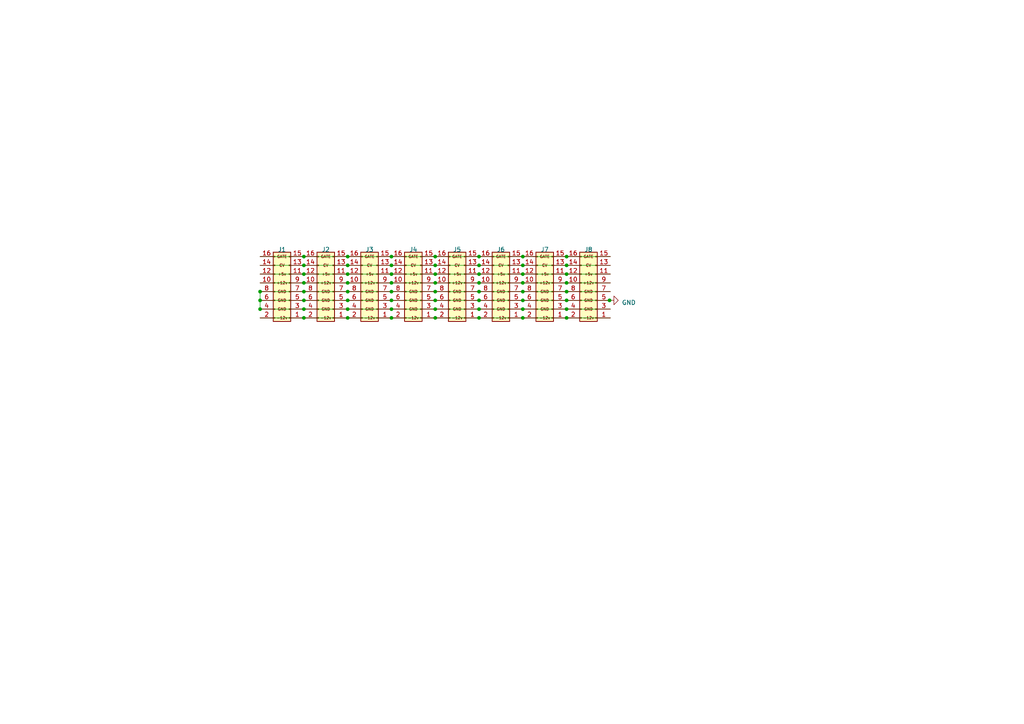
<source format=kicad_sch>
(kicad_sch (version 20230121) (generator eeschema)

  (uuid 7b06e893-7aa1-4bf9-aa7a-4def6a9949c6)

  (paper "A4")

  (lib_symbols
    (symbol "PCM_EuroRackTools:EuroPower16" (pin_names (offset 1.016) hide) (in_bom yes) (on_board yes)
      (property "Reference" "J" (at 1.27 10.16 0)
        (effects (font (size 1.27 1.27)))
      )
      (property "Value" "EuroPower16" (at 1.27 -12.7 0)
        (effects (font (size 1.27 1.27)) hide)
      )
      (property "Footprint" "Connector_IDC:IDC-Header_2x08_P2.54mm_Vertical_SMD" (at 1.524 -18.034 0)
        (effects (font (size 1.27 1.27)) hide)
      )
      (property "Datasheet" "~" (at 1.524 -15.367 0)
        (effects (font (size 1.27 1.27)) hide)
      )
      (property "lcsc" "C383608" (at 5.08 12.7 0)
        (effects (font (size 1.27 1.27)) hide)
      )
      (property "ki_keywords" "connector" (at 0 0 0)
        (effects (font (size 1.27 1.27)) hide)
      )
      (property "ki_description" "Generic connector, double row, 02x08, odd/even pin numbering scheme (row 1 odd numbers, row 2 even numbers), script generated (kicad-library-utils/schlib/autogen/connector/)" (at 0 0 0)
        (effects (font (size 1.27 1.27)) hide)
      )
      (property "ki_fp_filters" "Connector*:*_2x??_*" (at 0 0 0)
        (effects (font (size 1.27 1.27)) hide)
      )
      (symbol "EuroPower16_0_0"
        (text "+12v" (at 1.27 0 0)
          (effects (font (size 0.8 0.8)))
        )
        (text "+5v" (at 1.27 2.54 0)
          (effects (font (size 0.8 0.8)))
        )
        (text "-12v" (at 1.27 -10.16 0)
          (effects (font (size 0.8 0.8)))
        )
        (text "CV" (at 1.27 5.08 0)
          (effects (font (size 0.8 0.8)))
        )
        (text "GATE" (at 1.27 7.62 0)
          (effects (font (size 0.8 0.8)))
        )
        (text "GND" (at 1.27 -7.62 0)
          (effects (font (size 0.8 0.8)))
        )
        (text "GND" (at 1.27 -5.08 0)
          (effects (font (size 0.8 0.8)))
        )
        (text "GND" (at 1.27 -2.54 0)
          (effects (font (size 0.8 0.8)))
        )
      )
      (symbol "EuroPower16_1_1"
        (rectangle (start -1.27 -10.033) (end -0.762 -10.287)
          (stroke (width 0.1524) (type default))
          (fill (type none))
        )
        (rectangle (start -1.27 -7.493) (end -0.762 -7.747)
          (stroke (width 0.1524) (type default))
          (fill (type none))
        )
        (rectangle (start -1.27 -4.953) (end -0.762 -5.207)
          (stroke (width 0.1524) (type default))
          (fill (type none))
        )
        (rectangle (start -1.27 -2.413) (end -0.762 -2.667)
          (stroke (width 0.1524) (type default))
          (fill (type none))
        )
        (rectangle (start -1.27 0.127) (end -0.762 -0.127)
          (stroke (width 0.1524) (type default))
          (fill (type none))
        )
        (rectangle (start -1.27 2.667) (end -0.762 2.413)
          (stroke (width 0.1524) (type default))
          (fill (type none))
        )
        (rectangle (start -1.27 5.207) (end -0.762 4.953)
          (stroke (width 0.1524) (type default))
          (fill (type none))
        )
        (rectangle (start -1.27 7.747) (end -0.762 7.493)
          (stroke (width 0.1524) (type default))
          (fill (type none))
        )
        (rectangle (start -1.27 8.89) (end 3.81 -11.176)
          (stroke (width 0.254) (type default))
          (fill (type background))
        )
        (rectangle (start 3.302 -10.033) (end 3.81 -10.287)
          (stroke (width 0.1524) (type default))
          (fill (type none))
        )
        (rectangle (start 3.302 -7.493) (end 3.81 -7.747)
          (stroke (width 0.1524) (type default))
          (fill (type none))
        )
        (rectangle (start 3.302 -4.953) (end 3.81 -5.207)
          (stroke (width 0.1524) (type default))
          (fill (type none))
        )
        (rectangle (start 3.302 -2.413) (end 3.81 -2.667)
          (stroke (width 0.1524) (type default))
          (fill (type none))
        )
        (rectangle (start 3.302 0.127) (end 3.81 -0.127)
          (stroke (width 0.1524) (type default))
          (fill (type none))
        )
        (rectangle (start 3.302 2.667) (end 3.81 2.413)
          (stroke (width 0.1524) (type default))
          (fill (type none))
        )
        (rectangle (start 3.302 5.207) (end 3.81 4.953)
          (stroke (width 0.1524) (type default))
          (fill (type none))
        )
        (rectangle (start 3.302 7.747) (end 3.81 7.493)
          (stroke (width 0.1524) (type default))
          (fill (type none))
        )
        (pin power_out line (at 7.62 -10.16 180) (length 3.81)
          (name "-12v_R" (effects (font (size 1.27 1.27))))
          (number "1" (effects (font (size 1.27 1.27))))
        )
        (pin power_out line (at -5.08 0 0) (length 3.81)
          (name "+12V_L" (effects (font (size 1.27 1.27))))
          (number "10" (effects (font (size 1.27 1.27))))
        )
        (pin power_out line (at 7.62 2.54 180) (length 3.81)
          (name "+5v_R" (effects (font (size 1.27 1.27))))
          (number "11" (effects (font (size 1.27 1.27))))
        )
        (pin power_out line (at -5.08 2.54 0) (length 3.81)
          (name "+5v_L" (effects (font (size 1.27 1.27))))
          (number "12" (effects (font (size 1.27 1.27))))
        )
        (pin passive line (at 7.62 5.08 180) (length 3.81)
          (name "CV_R" (effects (font (size 1.27 1.27))))
          (number "13" (effects (font (size 1.27 1.27))))
        )
        (pin passive line (at -5.08 5.08 0) (length 3.81)
          (name "CV_L" (effects (font (size 1.27 1.27))))
          (number "14" (effects (font (size 1.27 1.27))))
        )
        (pin passive line (at 7.62 7.62 180) (length 3.81)
          (name "GATE_R" (effects (font (size 1.27 1.27))))
          (number "15" (effects (font (size 1.27 1.27))))
        )
        (pin passive line (at -5.08 7.62 0) (length 3.81)
          (name "GATE_L" (effects (font (size 1.27 1.27))))
          (number "16" (effects (font (size 1.27 1.27))))
        )
        (pin power_out line (at -5.08 -10.16 0) (length 3.81)
          (name "-12v_L" (effects (font (size 1.27 1.27))))
          (number "2" (effects (font (size 1.27 1.27))))
        )
        (pin power_out line (at 7.62 -7.62 180) (length 3.81)
          (name "GND" (effects (font (size 1.27 1.27))))
          (number "3" (effects (font (size 1.27 1.27))))
        )
        (pin power_out line (at -5.08 -7.62 0) (length 3.81)
          (name "GND" (effects (font (size 1.27 1.27))))
          (number "4" (effects (font (size 1.27 1.27))))
        )
        (pin power_out line (at 7.62 -5.08 180) (length 3.81)
          (name "GND_R3" (effects (font (size 1.27 1.27))))
          (number "5" (effects (font (size 1.27 1.27))))
        )
        (pin power_out line (at -5.08 -5.08 0) (length 3.81)
          (name "GND_L3" (effects (font (size 1.27 1.27))))
          (number "6" (effects (font (size 1.27 1.27))))
        )
        (pin power_out line (at 7.62 -2.54 180) (length 3.81)
          (name "GND_R2" (effects (font (size 1.27 1.27))))
          (number "7" (effects (font (size 1.27 1.27))))
        )
        (pin power_out line (at -5.08 -2.54 0) (length 3.81)
          (name "GND_L2" (effects (font (size 1.27 1.27))))
          (number "8" (effects (font (size 1.27 1.27))))
        )
        (pin power_out line (at 7.62 0 180) (length 3.81)
          (name "+12V_R" (effects (font (size 1.27 1.27))))
          (number "9" (effects (font (size 1.27 1.27))))
        )
      )
    )
    (symbol "power:GND" (power) (pin_names (offset 0)) (in_bom yes) (on_board yes)
      (property "Reference" "#PWR" (at 0 -6.35 0)
        (effects (font (size 1.27 1.27)) hide)
      )
      (property "Value" "GND" (at 0 -3.81 0)
        (effects (font (size 1.27 1.27)))
      )
      (property "Footprint" "" (at 0 0 0)
        (effects (font (size 1.27 1.27)) hide)
      )
      (property "Datasheet" "" (at 0 0 0)
        (effects (font (size 1.27 1.27)) hide)
      )
      (property "ki_keywords" "global power" (at 0 0 0)
        (effects (font (size 1.27 1.27)) hide)
      )
      (property "ki_description" "Power symbol creates a global label with name \"GND\" , ground" (at 0 0 0)
        (effects (font (size 1.27 1.27)) hide)
      )
      (symbol "GND_0_1"
        (polyline
          (pts
            (xy 0 0)
            (xy 0 -1.27)
            (xy 1.27 -1.27)
            (xy 0 -2.54)
            (xy -1.27 -1.27)
            (xy 0 -1.27)
          )
          (stroke (width 0) (type default))
          (fill (type none))
        )
      )
      (symbol "GND_1_1"
        (pin power_in line (at 0 0 270) (length 0) hide
          (name "GND" (effects (font (size 1.27 1.27))))
          (number "1" (effects (font (size 1.27 1.27))))
        )
      )
    )
  )

  (junction (at 126.238 74.422) (diameter 0) (color 0 0 0 0)
    (uuid 016e193d-ba9d-4ee1-9087-299a8d033246)
  )
  (junction (at 113.538 92.202) (diameter 0) (color 0 0 0 0)
    (uuid 05686c6d-a097-47d2-a8bd-701ba0828695)
  )
  (junction (at 126.238 79.502) (diameter 0) (color 0 0 0 0)
    (uuid 059d5697-3672-47de-89bd-a6c690326ca4)
  )
  (junction (at 75.438 89.662) (diameter 0) (color 0 0 0 0)
    (uuid 071ade53-c196-4f8f-895d-4905e4ea5426)
  )
  (junction (at 138.938 74.422) (diameter 0) (color 0 0 0 0)
    (uuid 09a94b62-ba26-43d6-98f5-8d92749c4c96)
  )
  (junction (at 164.338 82.042) (diameter 0) (color 0 0 0 0)
    (uuid 127086c3-3cca-489c-a9a3-d3dac0f68a5e)
  )
  (junction (at 113.538 84.582) (diameter 0) (color 0 0 0 0)
    (uuid 18e73716-1186-4ffe-8915-9b14aa493123)
  )
  (junction (at 100.838 79.502) (diameter 0) (color 0 0 0 0)
    (uuid 19798f67-5b7a-4906-ad30-64e62cbfb671)
  )
  (junction (at 138.938 92.202) (diameter 0) (color 0 0 0 0)
    (uuid 1b22b111-2d0a-429a-a3d3-18e989bd23dd)
  )
  (junction (at 151.638 74.422) (diameter 0) (color 0 0 0 0)
    (uuid 1b56fe75-ca21-4b8d-8527-a78c45f5ed3d)
  )
  (junction (at 88.138 79.502) (diameter 0) (color 0 0 0 0)
    (uuid 204480fe-c4c4-47cc-a6d4-179304bde8d0)
  )
  (junction (at 138.938 79.502) (diameter 0) (color 0 0 0 0)
    (uuid 208f7412-1e77-4499-afdb-7df4313cf17d)
  )
  (junction (at 88.138 89.662) (diameter 0) (color 0 0 0 0)
    (uuid 21fe9a0b-a71e-4eef-808c-66bf6cda34e0)
  )
  (junction (at 138.938 84.582) (diameter 0) (color 0 0 0 0)
    (uuid 25e3d134-f338-48da-b1a7-3a37337daad5)
  )
  (junction (at 113.538 87.122) (diameter 0) (color 0 0 0 0)
    (uuid 2a61b213-7096-461e-96f4-c17b85fd7e4f)
  )
  (junction (at 100.838 92.202) (diameter 0) (color 0 0 0 0)
    (uuid 3929ff74-0c9a-43f1-9f76-17d6638edb67)
  )
  (junction (at 88.138 74.422) (diameter 0) (color 0 0 0 0)
    (uuid 3979bb33-2650-4a89-b791-5f6efbf94e12)
  )
  (junction (at 126.238 76.962) (diameter 0) (color 0 0 0 0)
    (uuid 459c2a8f-1d63-485b-8006-2332f15c6af3)
  )
  (junction (at 88.138 84.582) (diameter 0) (color 0 0 0 0)
    (uuid 4a45c29c-8f17-463c-add4-b4ae6b19795b)
  )
  (junction (at 113.538 89.662) (diameter 0) (color 0 0 0 0)
    (uuid 4a6f7889-092e-43b7-92b2-0f31323cc103)
  )
  (junction (at 100.838 74.422) (diameter 0) (color 0 0 0 0)
    (uuid 4fdf2dcd-40ad-42b6-b474-9b2cde649e3b)
  )
  (junction (at 75.438 87.122) (diameter 0) (color 0 0 0 0)
    (uuid 521b6299-1e1d-44da-90db-b9c378c47e63)
  )
  (junction (at 113.538 76.962) (diameter 0) (color 0 0 0 0)
    (uuid 52da2d2a-6937-490f-b941-110145a35c6c)
  )
  (junction (at 126.238 84.582) (diameter 0) (color 0 0 0 0)
    (uuid 530abef5-4518-477a-8c5c-d3611a783c0e)
  )
  (junction (at 138.938 87.122) (diameter 0) (color 0 0 0 0)
    (uuid 5fac5430-8cdb-469d-85e9-ccaf973b0efe)
  )
  (junction (at 164.338 79.502) (diameter 0) (color 0 0 0 0)
    (uuid 6bba4ccd-14f8-4005-bc5a-a024e9d8130f)
  )
  (junction (at 88.138 87.122) (diameter 0) (color 0 0 0 0)
    (uuid 7b688173-a16e-4980-aa32-3bd06617ac4a)
  )
  (junction (at 88.138 92.202) (diameter 0) (color 0 0 0 0)
    (uuid 805ebc23-fdc1-4166-91a3-0869118add97)
  )
  (junction (at 113.538 74.422) (diameter 0) (color 0 0 0 0)
    (uuid 83c082e0-d3fb-43cf-81e2-03138338c6c8)
  )
  (junction (at 164.338 76.962) (diameter 0) (color 0 0 0 0)
    (uuid 91c9932a-46ec-4b8e-8e6a-401c6ada8ad1)
  )
  (junction (at 138.938 89.662) (diameter 0) (color 0 0 0 0)
    (uuid 9525dc8a-b2ae-49df-8bad-acd8f5b7091b)
  )
  (junction (at 176.784 87.122) (diameter 0) (color 0 0 0 0)
    (uuid 9603e631-fd32-43a5-b020-9d7108e19d34)
  )
  (junction (at 88.138 76.962) (diameter 0) (color 0 0 0 0)
    (uuid 9a897208-668a-4b76-b14b-43b94dfc795f)
  )
  (junction (at 113.538 79.502) (diameter 0) (color 0 0 0 0)
    (uuid a5b3d978-f35f-4d90-9aeb-d29544b74427)
  )
  (junction (at 100.838 84.582) (diameter 0) (color 0 0 0 0)
    (uuid a826730c-ae72-4532-853e-a7ffaf19682b)
  )
  (junction (at 126.238 82.042) (diameter 0) (color 0 0 0 0)
    (uuid a95bd68d-8cb0-42c3-a1f5-b96ff8f33615)
  )
  (junction (at 126.238 92.202) (diameter 0) (color 0 0 0 0)
    (uuid ae22e6a7-2366-4850-bea1-a6c469f6cd7d)
  )
  (junction (at 151.638 89.662) (diameter 0) (color 0 0 0 0)
    (uuid b2d57eb3-6df2-4df9-9df1-fa143b5459e7)
  )
  (junction (at 126.238 89.662) (diameter 0) (color 0 0 0 0)
    (uuid b2e40832-c7e6-48ab-93b5-c5ad6b29a3c8)
  )
  (junction (at 138.938 82.042) (diameter 0) (color 0 0 0 0)
    (uuid b4ddb822-696b-431a-bd02-dd30f0700ae3)
  )
  (junction (at 164.338 84.582) (diameter 0) (color 0 0 0 0)
    (uuid b9862b72-f8fd-4f33-8831-929681805f5f)
  )
  (junction (at 100.838 82.042) (diameter 0) (color 0 0 0 0)
    (uuid c34e4ddf-211e-4fcb-8208-764f6d1e6073)
  )
  (junction (at 164.338 92.202) (diameter 0) (color 0 0 0 0)
    (uuid c7849eda-9eea-49f7-b7d8-82a57925dfe8)
  )
  (junction (at 75.438 84.582) (diameter 0) (color 0 0 0 0)
    (uuid cf86d12e-dd24-4b1a-b5da-be7a0a52966f)
  )
  (junction (at 126.238 87.122) (diameter 0) (color 0 0 0 0)
    (uuid cfe74066-8674-453b-aab7-09bc82329ef0)
  )
  (junction (at 88.138 82.042) (diameter 0) (color 0 0 0 0)
    (uuid d1fa0222-c2e3-4023-86df-220e5127543b)
  )
  (junction (at 151.638 87.122) (diameter 0) (color 0 0 0 0)
    (uuid d59ea595-3dd1-4818-8680-5fdfda6a3752)
  )
  (junction (at 151.638 79.502) (diameter 0) (color 0 0 0 0)
    (uuid d81a6468-786f-487e-8dcb-5e6a3f9150ad)
  )
  (junction (at 151.638 76.962) (diameter 0) (color 0 0 0 0)
    (uuid d9b5ea87-2f0d-4b40-8f3b-265a58675ce0)
  )
  (junction (at 151.638 82.042) (diameter 0) (color 0 0 0 0)
    (uuid df57c428-5250-471a-a639-804835b58992)
  )
  (junction (at 113.538 82.042) (diameter 0) (color 0 0 0 0)
    (uuid df7665a6-99c1-4489-bc2e-ae5a4f180d65)
  )
  (junction (at 138.938 76.962) (diameter 0) (color 0 0 0 0)
    (uuid e0384d6f-e1ce-4274-bf6b-ede559e7ba38)
  )
  (junction (at 100.838 89.662) (diameter 0) (color 0 0 0 0)
    (uuid e0f7e487-21a7-4375-8529-0270d9d6fcb4)
  )
  (junction (at 164.338 89.662) (diameter 0) (color 0 0 0 0)
    (uuid e64da75f-4031-4a8e-8017-98a00e9bfad8)
  )
  (junction (at 151.638 84.582) (diameter 0) (color 0 0 0 0)
    (uuid e8170131-29ea-4a73-b2ff-8827f1c22c90)
  )
  (junction (at 100.838 76.962) (diameter 0) (color 0 0 0 0)
    (uuid ed134348-88c2-4fbc-b47d-8f4593d5f26d)
  )
  (junction (at 164.338 87.122) (diameter 0) (color 0 0 0 0)
    (uuid ed59814a-4abd-427d-8e7b-18520e9f7475)
  )
  (junction (at 164.338 74.422) (diameter 0) (color 0 0 0 0)
    (uuid f0f40b0d-8d9d-4419-a64a-8faea9c3100a)
  )
  (junction (at 100.838 87.122) (diameter 0) (color 0 0 0 0)
    (uuid f809e188-e940-4ba9-8fcd-b863d949a554)
  )
  (junction (at 151.638 92.202) (diameter 0) (color 0 0 0 0)
    (uuid fa6b9583-656e-47ea-afed-f20ff65e366c)
  )

  (wire (pts (xy 100.838 79.502) (xy 113.538 79.502))
    (stroke (width 0) (type default))
    (uuid 0228137a-152f-4746-af96-8f63043ee447)
  )
  (wire (pts (xy 151.638 89.662) (xy 164.338 89.662))
    (stroke (width 0) (type default))
    (uuid 027956fd-1f34-4dcc-a0e3-4dd3fa77df49)
  )
  (wire (pts (xy 113.538 79.502) (xy 126.238 79.502))
    (stroke (width 0) (type default))
    (uuid 0ac5ae48-7191-4a57-b532-5f8bfeff2577)
  )
  (wire (pts (xy 138.938 74.422) (xy 151.638 74.422))
    (stroke (width 0) (type default))
    (uuid 0d6813e4-5b37-49da-b39d-003857ac8c0d)
  )
  (wire (pts (xy 75.438 89.662) (xy 88.138 89.662))
    (stroke (width 0) (type default))
    (uuid 12a4f39d-43e9-4e5f-8be0-a0ca4b0e7e67)
  )
  (wire (pts (xy 113.538 89.662) (xy 126.238 89.662))
    (stroke (width 0) (type default))
    (uuid 148043cd-f78e-4f8b-aa38-3829c41fcaa9)
  )
  (wire (pts (xy 75.438 79.502) (xy 88.138 79.502))
    (stroke (width 0) (type default))
    (uuid 17e7edcd-2d14-4793-80cd-1ed6bb764407)
  )
  (wire (pts (xy 100.838 84.582) (xy 113.538 84.582))
    (stroke (width 0) (type default))
    (uuid 18a52dfa-7763-492b-b790-590cfdcb8b84)
  )
  (wire (pts (xy 75.438 84.582) (xy 88.138 84.582))
    (stroke (width 0) (type default))
    (uuid 23994e7d-a9b3-42d1-8ce8-e5e2c56a55d0)
  )
  (wire (pts (xy 151.638 84.582) (xy 164.338 84.582))
    (stroke (width 0) (type default))
    (uuid 2491aeed-961c-4a06-b651-e0aa24f04b6b)
  )
  (wire (pts (xy 138.938 79.502) (xy 151.638 79.502))
    (stroke (width 0) (type default))
    (uuid 26b1891f-ea8f-43c9-8d84-c3f4143fbe2e)
  )
  (wire (pts (xy 164.338 74.422) (xy 177.038 74.422))
    (stroke (width 0) (type default))
    (uuid 2e7f475f-f3e1-45da-99d6-c5122022e92a)
  )
  (wire (pts (xy 75.438 87.122) (xy 88.138 87.122))
    (stroke (width 0) (type default))
    (uuid 2f4a0444-04a4-4489-b825-991e587f6119)
  )
  (wire (pts (xy 138.938 82.042) (xy 151.638 82.042))
    (stroke (width 0) (type default))
    (uuid 35f72a7e-93cc-4852-8fe4-a54e46590383)
  )
  (wire (pts (xy 126.238 82.042) (xy 138.938 82.042))
    (stroke (width 0) (type default))
    (uuid 36882d01-aa2f-4a6a-a08d-48d3ccda9d9c)
  )
  (wire (pts (xy 138.938 87.122) (xy 151.638 87.122))
    (stroke (width 0) (type default))
    (uuid 3e0790a1-2d2e-401b-8112-f5cc988a7893)
  )
  (wire (pts (xy 151.638 92.202) (xy 164.338 92.202))
    (stroke (width 0) (type default))
    (uuid 449341f9-037c-4264-8fed-5128292617ca)
  )
  (wire (pts (xy 164.338 76.962) (xy 177.038 76.962))
    (stroke (width 0) (type default))
    (uuid 4c1ea718-fc4c-41dd-bbd0-885dea9df4c1)
  )
  (wire (pts (xy 164.338 79.502) (xy 177.038 79.502))
    (stroke (width 0) (type default))
    (uuid 4c83d702-8491-42d5-936b-e53c40a1f7d2)
  )
  (wire (pts (xy 126.238 84.582) (xy 138.938 84.582))
    (stroke (width 0) (type default))
    (uuid 4d95a1fa-21a9-4129-be84-2ca6e46d8ea9)
  )
  (wire (pts (xy 138.938 84.582) (xy 151.638 84.582))
    (stroke (width 0) (type default))
    (uuid 51b35f1f-937b-4878-bdbb-72c95a8dbe9e)
  )
  (wire (pts (xy 164.338 84.582) (xy 177.038 84.582))
    (stroke (width 0) (type default))
    (uuid 51fb8944-7377-4eeb-8413-dc0daed73e34)
  )
  (wire (pts (xy 75.438 82.042) (xy 88.138 82.042))
    (stroke (width 0) (type default))
    (uuid 59908a14-77b7-43ed-928b-1b1c8ec7547c)
  )
  (wire (pts (xy 113.538 84.582) (xy 126.238 84.582))
    (stroke (width 0) (type default))
    (uuid 64fd53b8-308e-41ad-9b03-e8e356a60642)
  )
  (wire (pts (xy 113.538 76.962) (xy 126.238 76.962))
    (stroke (width 0) (type default))
    (uuid 659df3c7-35d0-477e-a562-1de7324d77d4)
  )
  (wire (pts (xy 100.838 76.962) (xy 113.538 76.962))
    (stroke (width 0) (type default))
    (uuid 67f83a02-bd7e-4608-a956-711622c6464c)
  )
  (wire (pts (xy 113.538 92.202) (xy 126.238 92.202))
    (stroke (width 0) (type default))
    (uuid 6b863110-f275-495e-acdd-b05ac140eed5)
  )
  (wire (pts (xy 100.838 74.422) (xy 113.538 74.422))
    (stroke (width 0) (type default))
    (uuid 6d5131c2-44b8-4b06-b820-cb372825f068)
  )
  (wire (pts (xy 88.138 89.662) (xy 100.838 89.662))
    (stroke (width 0) (type default))
    (uuid 738ddc02-62ef-48c6-9b26-657223e1c1d8)
  )
  (wire (pts (xy 113.538 87.122) (xy 126.238 87.122))
    (stroke (width 0) (type default))
    (uuid 769c0bfe-b634-4d46-a523-db948e761e9b)
  )
  (wire (pts (xy 151.638 87.122) (xy 164.338 87.122))
    (stroke (width 0) (type default))
    (uuid 78fc341c-1766-459b-a18e-d7c711981d5d)
  )
  (wire (pts (xy 88.138 76.962) (xy 100.838 76.962))
    (stroke (width 0) (type default))
    (uuid 78fe4cef-2dbb-4a24-96da-c4e091859ebc)
  )
  (wire (pts (xy 100.838 89.662) (xy 113.538 89.662))
    (stroke (width 0) (type default))
    (uuid 796fa650-0968-40d4-a1d3-34aec25062d4)
  )
  (wire (pts (xy 88.138 82.042) (xy 100.838 82.042))
    (stroke (width 0) (type default))
    (uuid 7a950e1b-af97-491a-884c-a3d40fc699c3)
  )
  (wire (pts (xy 113.538 74.422) (xy 126.238 74.422))
    (stroke (width 0) (type default))
    (uuid 7c0abb04-0b88-45af-a852-dbeab345a578)
  )
  (wire (pts (xy 113.538 82.042) (xy 126.238 82.042))
    (stroke (width 0) (type default))
    (uuid 7eeeccdc-907b-4471-a44d-75b981ddc404)
  )
  (wire (pts (xy 151.638 76.962) (xy 164.338 76.962))
    (stroke (width 0) (type default))
    (uuid 8282a847-267a-4772-b56d-25d764785de6)
  )
  (wire (pts (xy 151.638 82.042) (xy 164.338 82.042))
    (stroke (width 0) (type default))
    (uuid 846d1d2f-44f5-4e64-a247-c86b83e66610)
  )
  (wire (pts (xy 138.938 92.202) (xy 151.638 92.202))
    (stroke (width 0) (type default))
    (uuid 85c1ad7b-552b-4f0a-932b-e52c01314cbe)
  )
  (wire (pts (xy 75.438 76.962) (xy 88.138 76.962))
    (stroke (width 0) (type default))
    (uuid 9c877883-9542-4fd5-8104-0ee12b742ee6)
  )
  (wire (pts (xy 88.138 87.122) (xy 100.838 87.122))
    (stroke (width 0) (type default))
    (uuid a212d72a-b7ad-4251-8a43-99f11622ef8c)
  )
  (wire (pts (xy 164.338 89.662) (xy 177.038 89.662))
    (stroke (width 0) (type default))
    (uuid b2ec90bd-58b6-46b0-b62e-74ce9fb2c067)
  )
  (wire (pts (xy 138.938 89.662) (xy 151.638 89.662))
    (stroke (width 0) (type default))
    (uuid b6929071-5040-419b-ad25-6d7ae9c54e87)
  )
  (wire (pts (xy 151.638 79.502) (xy 164.338 79.502))
    (stroke (width 0) (type default))
    (uuid b84a3a19-d2ae-4339-907f-286c7454bdfd)
  )
  (wire (pts (xy 88.138 74.422) (xy 100.838 74.422))
    (stroke (width 0) (type default))
    (uuid b8bd1a77-d2bb-4a77-8e5a-5a22bf756dfe)
  )
  (wire (pts (xy 100.838 92.202) (xy 113.538 92.202))
    (stroke (width 0) (type default))
    (uuid bb95d09f-8ad1-4a5e-884b-1e30ec9fac69)
  )
  (wire (pts (xy 88.138 84.582) (xy 100.838 84.582))
    (stroke (width 0) (type default))
    (uuid bc0c664f-5280-4025-b81b-e2e699d9d7fe)
  )
  (wire (pts (xy 164.338 87.122) (xy 176.784 87.122))
    (stroke (width 0) (type default))
    (uuid c252bf77-5b6d-437f-8a17-4fd58810d4f4)
  )
  (wire (pts (xy 126.238 74.422) (xy 138.938 74.422))
    (stroke (width 0) (type default))
    (uuid ceac5be4-7a6d-41b7-9d56-6120df0de666)
  )
  (wire (pts (xy 151.638 74.422) (xy 164.338 74.422))
    (stroke (width 0) (type default))
    (uuid ced6e1ee-6133-4a61-a225-45c1be8d74a7)
  )
  (wire (pts (xy 176.784 87.122) (xy 177.038 87.122))
    (stroke (width 0) (type default))
    (uuid cf34eb7a-e5ad-45b8-bb32-4d74b9a1df25)
  )
  (wire (pts (xy 88.138 79.502) (xy 100.838 79.502))
    (stroke (width 0) (type default))
    (uuid d43f1fa3-c68f-4322-8455-984970b1b87a)
  )
  (wire (pts (xy 75.438 74.422) (xy 88.138 74.422))
    (stroke (width 0) (type default))
    (uuid d49e6e0a-944c-46e2-a879-611740e6c38c)
  )
  (wire (pts (xy 126.238 76.962) (xy 138.938 76.962))
    (stroke (width 0) (type default))
    (uuid d5418ecb-1ca4-42dd-9333-a78ccf39d1e2)
  )
  (wire (pts (xy 100.838 82.042) (xy 113.538 82.042))
    (stroke (width 0) (type default))
    (uuid d6ad62f9-d661-4a04-93a8-b28103224beb)
  )
  (wire (pts (xy 126.238 79.502) (xy 138.938 79.502))
    (stroke (width 0) (type default))
    (uuid df562a47-a4b4-4f3f-806d-ff4403feb248)
  )
  (wire (pts (xy 100.838 87.122) (xy 113.538 87.122))
    (stroke (width 0) (type default))
    (uuid ed133f97-5c2b-48c9-8684-097ffb2ea00f)
  )
  (wire (pts (xy 164.338 92.202) (xy 177.038 92.202))
    (stroke (width 0) (type default))
    (uuid edb8610a-f119-47c3-ba81-13a0e0987156)
  )
  (wire (pts (xy 138.938 76.962) (xy 151.638 76.962))
    (stroke (width 0) (type default))
    (uuid ee6f993f-1875-456e-bfdb-4acbb587fd9d)
  )
  (wire (pts (xy 75.438 84.582) (xy 75.438 87.122))
    (stroke (width 0) (type default))
    (uuid efe3b96a-8958-418b-a146-77150558b9af)
  )
  (wire (pts (xy 126.238 87.122) (xy 138.938 87.122))
    (stroke (width 0) (type default))
    (uuid f000762a-35a6-4052-bbd0-0465e913ea5a)
  )
  (wire (pts (xy 75.438 92.202) (xy 88.138 92.202))
    (stroke (width 0) (type default))
    (uuid f3d1c76c-a182-453c-b75f-73a476a3a76a)
  )
  (wire (pts (xy 164.338 82.042) (xy 177.038 82.042))
    (stroke (width 0) (type default))
    (uuid f45cede1-4fdc-484d-992d-8df7273119bd)
  )
  (wire (pts (xy 126.238 92.202) (xy 138.938 92.202))
    (stroke (width 0) (type default))
    (uuid f71e9d55-af21-4ec5-9c35-eb4fa012e8a8)
  )
  (wire (pts (xy 88.138 92.202) (xy 100.838 92.202))
    (stroke (width 0) (type default))
    (uuid fd6071a3-a300-4162-93de-c32913144e2a)
  )
  (wire (pts (xy 75.438 87.122) (xy 75.438 89.662))
    (stroke (width 0) (type default))
    (uuid fdf184e2-cb5b-454b-b540-e70e2c605335)
  )
  (wire (pts (xy 126.238 89.662) (xy 138.938 89.662))
    (stroke (width 0) (type default))
    (uuid ff5e1e80-2505-40da-b8a5-1fba9c54c2a3)
  )

  (symbol (lib_id "PCM_EuroRackTools:EuroPower16") (at 105.918 82.042 0) (unit 1)
    (in_bom yes) (on_board yes) (dnp no) (fields_autoplaced)
    (uuid 03a7db91-af46-49d9-9094-49ced6ec86d2)
    (property "Reference" "J3" (at 107.188 72.39 0)
      (effects (font (size 1.27 1.27)))
    )
    (property "Value" "EuroPower16" (at 107.188 94.742 0)
      (effects (font (size 1.27 1.27)) hide)
    )
    (property "Footprint" "Connector_IDC:IDC-Header_2x08_P2.54mm_Vertical_SMD" (at 107.442 100.076 0)
      (effects (font (size 1.27 1.27)) hide)
    )
    (property "Datasheet" "~" (at 107.442 97.409 0)
      (effects (font (size 1.27 1.27)) hide)
    )
    (property "lcsc" "C383608" (at 110.998 69.342 0)
      (effects (font (size 1.27 1.27)) hide)
    )
    (pin "1" (uuid ceeed832-f7cb-4176-a0e2-77e77152c0f9))
    (pin "10" (uuid ed00167f-2f94-44fb-99e5-b738cfb5a400))
    (pin "11" (uuid 700ed99c-fd6f-4771-9c53-b749997e8011))
    (pin "12" (uuid f6378110-b69c-41e4-95d0-716740002c9c))
    (pin "13" (uuid cc470957-4768-46cf-b030-b59bba24a9d9))
    (pin "14" (uuid ec295cf3-6020-4c47-a022-4721baeb61cf))
    (pin "15" (uuid e801d568-24d3-41e1-8b5f-46535d8cc0aa))
    (pin "16" (uuid 1a6de74d-ebab-4e8f-8e86-9e6c2b0786b5))
    (pin "2" (uuid 320d4fca-7bec-4199-9c1d-510f4819b7a2))
    (pin "3" (uuid dea67146-b54a-42ce-a2f4-8a124ec5871f))
    (pin "4" (uuid ea93c467-5a9b-4f1f-b146-9e014d743dbc))
    (pin "5" (uuid 9c3fa9c4-e72c-48de-a2e2-51ce9c672eea))
    (pin "6" (uuid e628a2ac-b86a-45ef-8ff9-4d8ca09b9c93))
    (pin "7" (uuid 9f545d1b-bd50-416a-bc1f-3a842cff9ffd))
    (pin "8" (uuid 2657931a-98d5-4c2e-b341-b4fd1198c96b))
    (pin "9" (uuid cb1fea85-90a0-47fb-878c-25883850ffd5))
    (instances
      (project "europower_board"
        (path "/7b06e893-7aa1-4bf9-aa7a-4def6a9949c6"
          (reference "J3") (unit 1)
        )
      )
    )
  )

  (symbol (lib_id "PCM_EuroRackTools:EuroPower16") (at 93.218 82.042 0) (unit 1)
    (in_bom yes) (on_board yes) (dnp no) (fields_autoplaced)
    (uuid 0e7eb1d6-88d8-47e0-a696-e3ee93ca121e)
    (property "Reference" "J2" (at 94.488 72.39 0)
      (effects (font (size 1.27 1.27)))
    )
    (property "Value" "EuroPower16" (at 94.488 94.742 0)
      (effects (font (size 1.27 1.27)) hide)
    )
    (property "Footprint" "Connector_IDC:IDC-Header_2x08_P2.54mm_Vertical_SMD" (at 94.742 100.076 0)
      (effects (font (size 1.27 1.27)) hide)
    )
    (property "Datasheet" "~" (at 94.742 97.409 0)
      (effects (font (size 1.27 1.27)) hide)
    )
    (property "lcsc" "C383608" (at 98.298 69.342 0)
      (effects (font (size 1.27 1.27)) hide)
    )
    (pin "1" (uuid fa394dd3-e3e5-4e2b-bf2f-383e74d3b6b3))
    (pin "10" (uuid 6ea96d2f-2a36-40de-ad6e-fc6f8c7ed20e))
    (pin "11" (uuid 429a3a58-a8a3-481c-93e1-30c795655e90))
    (pin "12" (uuid aa8064a8-13c1-4ef0-8439-1efa7a37ff1b))
    (pin "13" (uuid d8bb50ad-a1ac-45ef-9b3a-82e693e1c4dc))
    (pin "14" (uuid e5a64fd0-94e7-4211-9c50-337fb6a6b226))
    (pin "15" (uuid f5420755-042c-41ab-980b-d83847cedbca))
    (pin "16" (uuid 50b44dd4-fc2f-47f1-ad5b-81ae3e7f71cc))
    (pin "2" (uuid 9e695243-505a-4c1b-88d7-f8da9a371ec0))
    (pin "3" (uuid 6b1fca6c-0d97-44b3-baa3-bfd8cb57affd))
    (pin "4" (uuid 1058f2a8-5a7c-4df0-bae5-da16552f0634))
    (pin "5" (uuid 928070e4-4a5b-47d0-8a32-bee92d6a1e7d))
    (pin "6" (uuid fb148189-1264-47fd-8aee-31558991efdc))
    (pin "7" (uuid d1af8ac0-b821-4864-bf53-7f88bfd99f1c))
    (pin "8" (uuid 991dc97b-9a08-4bbb-bbe7-2f1aad77bd3c))
    (pin "9" (uuid 0e3c3cfe-6eee-4c03-b859-66d46db420dc))
    (instances
      (project "europower_board"
        (path "/7b06e893-7aa1-4bf9-aa7a-4def6a9949c6"
          (reference "J2") (unit 1)
        )
      )
    )
  )

  (symbol (lib_id "PCM_EuroRackTools:EuroPower16") (at 131.318 82.042 0) (unit 1)
    (in_bom yes) (on_board yes) (dnp no) (fields_autoplaced)
    (uuid 2f698773-a9b5-4a10-a963-13efaca0733b)
    (property "Reference" "J5" (at 132.588 72.39 0)
      (effects (font (size 1.27 1.27)))
    )
    (property "Value" "EuroPower16" (at 132.588 94.742 0)
      (effects (font (size 1.27 1.27)) hide)
    )
    (property "Footprint" "Connector_IDC:IDC-Header_2x08_P2.54mm_Vertical_SMD" (at 132.842 100.076 0)
      (effects (font (size 1.27 1.27)) hide)
    )
    (property "Datasheet" "~" (at 132.842 97.409 0)
      (effects (font (size 1.27 1.27)) hide)
    )
    (property "lcsc" "C383608" (at 136.398 69.342 0)
      (effects (font (size 1.27 1.27)) hide)
    )
    (pin "1" (uuid 07d6a511-de47-4d56-87d0-4f6ac9956fe2))
    (pin "10" (uuid 3631f007-a9b1-44d6-b6d4-eb5a6fb3cc62))
    (pin "11" (uuid 7a0f903a-7c1b-467f-8713-6855dede5d32))
    (pin "12" (uuid 3b8059bc-ab1e-4463-b6a5-9c915aeab22f))
    (pin "13" (uuid 89843dd1-bc37-4460-af39-80cf96bfd171))
    (pin "14" (uuid aef32545-73c4-4778-ac3b-fd942c6f7461))
    (pin "15" (uuid 13a85c6c-aaab-4e81-97fc-c015fdaa52dc))
    (pin "16" (uuid dbc068e6-8e94-4798-ac90-d47d70f205c0))
    (pin "2" (uuid 12e88403-7214-463f-a190-1f2e9bd56123))
    (pin "3" (uuid d2bfb1ad-4d5b-453e-847f-f1e70d0dfd7f))
    (pin "4" (uuid 0b54f4b7-606f-4b6a-be7b-fc4864513438))
    (pin "5" (uuid a025728e-f428-4781-b6e1-ede2d168a5e7))
    (pin "6" (uuid 98b46cd4-07d0-411a-a0ed-e13d0c82dad6))
    (pin "7" (uuid 983e3441-35b1-4bd5-bcf3-8fb531c2c968))
    (pin "8" (uuid 4eb0cf88-8577-4c06-97c7-e2553919cc85))
    (pin "9" (uuid 9b6bb032-36e6-44b0-b1d0-8c36ae42ad75))
    (instances
      (project "europower_board"
        (path "/7b06e893-7aa1-4bf9-aa7a-4def6a9949c6"
          (reference "J5") (unit 1)
        )
      )
    )
  )

  (symbol (lib_id "PCM_EuroRackTools:EuroPower16") (at 169.418 82.042 0) (unit 1)
    (in_bom yes) (on_board yes) (dnp no) (fields_autoplaced)
    (uuid 32c58072-1b0c-41dd-ad51-6ec3f39b8904)
    (property "Reference" "J8" (at 170.688 72.39 0)
      (effects (font (size 1.27 1.27)))
    )
    (property "Value" "EuroPower16" (at 170.688 94.742 0)
      (effects (font (size 1.27 1.27)) hide)
    )
    (property "Footprint" "Connector_IDC:IDC-Header_2x08_P2.54mm_Vertical_SMD" (at 170.942 100.076 0)
      (effects (font (size 1.27 1.27)) hide)
    )
    (property "Datasheet" "~" (at 170.942 97.409 0)
      (effects (font (size 1.27 1.27)) hide)
    )
    (property "lcsc" "C383608" (at 174.498 69.342 0)
      (effects (font (size 1.27 1.27)) hide)
    )
    (pin "1" (uuid 01c985dd-b26d-498a-b44d-12d01e91f59e))
    (pin "10" (uuid 520c02fd-585e-42a4-aa1c-9625c1cc257a))
    (pin "11" (uuid 9f5fc226-41a1-4f0b-b6be-53409838de4a))
    (pin "12" (uuid 287a6862-b914-4aa5-bfa7-8b4f95061c8b))
    (pin "13" (uuid ead40e46-4a25-457a-b8e2-9d828d3d5ac5))
    (pin "14" (uuid 130e8f8f-62ef-4efc-970c-a90d89400556))
    (pin "15" (uuid 05908be0-853d-49ed-a5d9-fd61cdbcc549))
    (pin "16" (uuid 2d9a8c18-7ffd-424c-b1ac-58fb26f18b25))
    (pin "2" (uuid 082f6c2d-1f7a-44ff-8b1e-2e24847346f1))
    (pin "3" (uuid 2e833fec-91f5-48c3-ac64-0b142006c3f8))
    (pin "4" (uuid c762fc57-a3ee-4d15-b311-f2acfa62ab38))
    (pin "5" (uuid 529c271d-38a9-40b1-afce-a73e93cc36d4))
    (pin "6" (uuid 5e13ce4f-d8cd-4896-a085-33b3c6d69370))
    (pin "7" (uuid f5040dce-addf-4abd-aae3-b31b7a0144a5))
    (pin "8" (uuid 9ea19dc7-9cbb-4efa-be86-cf83e11f9ae1))
    (pin "9" (uuid 361f60cb-d60d-42b1-a2f2-444c3804b805))
    (instances
      (project "europower_board"
        (path "/7b06e893-7aa1-4bf9-aa7a-4def6a9949c6"
          (reference "J8") (unit 1)
        )
      )
    )
  )

  (symbol (lib_id "PCM_EuroRackTools:EuroPower16") (at 80.518 82.042 0) (unit 1)
    (in_bom yes) (on_board yes) (dnp no) (fields_autoplaced)
    (uuid 46c1dff2-d2a6-4938-a1d0-d9abfc09f8c7)
    (property "Reference" "J1" (at 81.788 72.39 0)
      (effects (font (size 1.27 1.27)))
    )
    (property "Value" "EuroPower16" (at 81.788 94.742 0)
      (effects (font (size 1.27 1.27)) hide)
    )
    (property "Footprint" "Connector_IDC:IDC-Header_2x08_P2.54mm_Vertical_SMD" (at 82.042 100.076 0)
      (effects (font (size 1.27 1.27)) hide)
    )
    (property "Datasheet" "~" (at 82.042 97.409 0)
      (effects (font (size 1.27 1.27)) hide)
    )
    (property "lcsc" "C383608" (at 85.598 69.342 0)
      (effects (font (size 1.27 1.27)) hide)
    )
    (pin "1" (uuid bc68585e-1704-451e-ae73-549e02d04227))
    (pin "10" (uuid 81ef0d1b-3064-439e-a547-b2a5ff45a281))
    (pin "11" (uuid f29f94a1-74c8-4531-bbd6-7fd7cb0cb9f2))
    (pin "12" (uuid e7cca0e5-9cfb-4e5a-824e-000f953123d0))
    (pin "13" (uuid 8a9731c4-7ff0-4db1-a169-87e219747940))
    (pin "14" (uuid 2ecfd32b-484e-4037-8258-d76ab13c3e50))
    (pin "15" (uuid 4201b8b9-8a3b-4660-9f0f-07fc063b88f0))
    (pin "16" (uuid 6393e4e0-95d4-4eaa-9e92-0b90c6dbeecb))
    (pin "2" (uuid 2c527446-9c61-4a1b-8bd2-fa7922addb5c))
    (pin "3" (uuid 4360461d-b749-4935-8d98-ad1253c87e7e))
    (pin "4" (uuid 09763090-37ba-4270-bec3-0368935b0361))
    (pin "5" (uuid 0c286f10-3b6c-4707-a4f7-46fe5b4cc56c))
    (pin "6" (uuid 8e5e2286-2d0e-4c63-9a15-bd33a4687430))
    (pin "7" (uuid 729c2029-d359-4f9a-ac01-55528a04f8ba))
    (pin "8" (uuid d7688d4e-cbb0-4ec9-8768-2bad01c51265))
    (pin "9" (uuid 4fa48f5e-ad1c-474a-b5ed-2f18c6fc7d03))
    (instances
      (project "europower_board"
        (path "/7b06e893-7aa1-4bf9-aa7a-4def6a9949c6"
          (reference "J1") (unit 1)
        )
      )
    )
  )

  (symbol (lib_id "power:GND") (at 176.784 87.122 90) (unit 1)
    (in_bom yes) (on_board yes) (dnp no) (fields_autoplaced)
    (uuid 52e4fb0f-80ea-49ff-b231-017d6a117d54)
    (property "Reference" "#PWR01" (at 183.134 87.122 0)
      (effects (font (size 1.27 1.27)) hide)
    )
    (property "Value" "GND" (at 180.34 87.757 90)
      (effects (font (size 1.27 1.27)) (justify right))
    )
    (property "Footprint" "" (at 176.784 87.122 0)
      (effects (font (size 1.27 1.27)) hide)
    )
    (property "Datasheet" "" (at 176.784 87.122 0)
      (effects (font (size 1.27 1.27)) hide)
    )
    (pin "1" (uuid 727715be-6fcd-4ff3-9153-bf5d0f003f80))
    (instances
      (project "europower_board"
        (path "/7b06e893-7aa1-4bf9-aa7a-4def6a9949c6"
          (reference "#PWR01") (unit 1)
        )
      )
    )
  )

  (symbol (lib_id "PCM_EuroRackTools:EuroPower16") (at 144.018 82.042 0) (unit 1)
    (in_bom yes) (on_board yes) (dnp no) (fields_autoplaced)
    (uuid 598f2793-5d4d-47bc-a82d-635b155841d0)
    (property "Reference" "J6" (at 145.288 72.39 0)
      (effects (font (size 1.27 1.27)))
    )
    (property "Value" "EuroPower16" (at 145.288 94.742 0)
      (effects (font (size 1.27 1.27)) hide)
    )
    (property "Footprint" "Connector_IDC:IDC-Header_2x08_P2.54mm_Vertical_SMD" (at 145.542 100.076 0)
      (effects (font (size 1.27 1.27)) hide)
    )
    (property "Datasheet" "~" (at 145.542 97.409 0)
      (effects (font (size 1.27 1.27)) hide)
    )
    (property "lcsc" "C383608" (at 149.098 69.342 0)
      (effects (font (size 1.27 1.27)) hide)
    )
    (pin "1" (uuid d85bf5a9-1415-4e19-8266-1af5920743d3))
    (pin "10" (uuid 13fb0ff7-6757-4c59-b427-9c3992d60d48))
    (pin "11" (uuid 5f42ba33-de40-4059-90e0-9aa01650a5d8))
    (pin "12" (uuid b0f5acfe-3938-465f-aee6-79c75d835012))
    (pin "13" (uuid 363028c4-5827-48ac-b048-54a9f5546961))
    (pin "14" (uuid 94f848c1-50ea-4aae-8287-d1e973fd85da))
    (pin "15" (uuid 71e548fc-5123-4a66-a9dc-699864fe859f))
    (pin "16" (uuid 34d4a62b-a1ec-4cac-942d-13869be39931))
    (pin "2" (uuid 310cd7c0-c8c5-4083-a926-0174feed7ca9))
    (pin "3" (uuid 29d2def7-bc7d-41ff-bea7-bb5260c9849e))
    (pin "4" (uuid 28f9e8af-6375-4a1f-9b13-f5691a4f1b0e))
    (pin "5" (uuid daa97e16-86ec-4912-a0e9-f32991fa735f))
    (pin "6" (uuid 87af6803-35b3-4825-ade5-c1d3b440136a))
    (pin "7" (uuid 77022fdc-499b-4d74-8533-43b2bf1e6557))
    (pin "8" (uuid adcc766f-529c-43dd-b1e4-05d939a4f440))
    (pin "9" (uuid 8bbb94e2-f2bf-4f89-8390-bedd95aee2cb))
    (instances
      (project "europower_board"
        (path "/7b06e893-7aa1-4bf9-aa7a-4def6a9949c6"
          (reference "J6") (unit 1)
        )
      )
    )
  )

  (symbol (lib_id "PCM_EuroRackTools:EuroPower16") (at 118.618 82.042 0) (unit 1)
    (in_bom yes) (on_board yes) (dnp no) (fields_autoplaced)
    (uuid 81f977dc-5ea8-41ad-91ec-9c7198581359)
    (property "Reference" "J4" (at 119.888 72.39 0)
      (effects (font (size 1.27 1.27)))
    )
    (property "Value" "EuroPower16" (at 119.888 94.742 0)
      (effects (font (size 1.27 1.27)) hide)
    )
    (property "Footprint" "Connector_IDC:IDC-Header_2x08_P2.54mm_Vertical_SMD" (at 120.142 100.076 0)
      (effects (font (size 1.27 1.27)) hide)
    )
    (property "Datasheet" "~" (at 120.142 97.409 0)
      (effects (font (size 1.27 1.27)) hide)
    )
    (property "lcsc" "C383608" (at 123.698 69.342 0)
      (effects (font (size 1.27 1.27)) hide)
    )
    (pin "1" (uuid 829c4aec-3d58-49ba-8053-0243763dfed6))
    (pin "10" (uuid fd814db4-368b-4afa-a9ee-8652c0fca54e))
    (pin "11" (uuid c2b88d21-7806-4c77-a029-97ce580a866d))
    (pin "12" (uuid 5adcfb29-fb19-43ba-9819-878307a56056))
    (pin "13" (uuid 0b57190f-6dac-4545-999e-8960de0e9e7d))
    (pin "14" (uuid 4dbb4c21-5dfd-4d91-9f8d-1e721b8c9d83))
    (pin "15" (uuid 6395e351-277a-402c-a43a-a624e8b06160))
    (pin "16" (uuid a356dc23-e5cc-4f8b-a7c2-b7e630163689))
    (pin "2" (uuid de6923ec-6a89-4630-a1cf-b9d759e24e45))
    (pin "3" (uuid f7619027-56af-4c3a-967a-eda8317d9783))
    (pin "4" (uuid fa87533b-9cde-4f66-9bf2-723893327438))
    (pin "5" (uuid 9f5c6a40-1948-4ebd-aa4d-70c83e02578b))
    (pin "6" (uuid fb49bf0f-3552-4658-aac3-3be374fe240b))
    (pin "7" (uuid ccc80657-3ec0-49a5-b66e-aa5d55d5cccb))
    (pin "8" (uuid d42bab89-4785-4664-a64f-eeefeaacdaa5))
    (pin "9" (uuid c124c226-98e1-4528-a436-48d3d3489e03))
    (instances
      (project "europower_board"
        (path "/7b06e893-7aa1-4bf9-aa7a-4def6a9949c6"
          (reference "J4") (unit 1)
        )
      )
    )
  )

  (symbol (lib_id "PCM_EuroRackTools:EuroPower16") (at 156.718 82.042 0) (unit 1)
    (in_bom yes) (on_board yes) (dnp no) (fields_autoplaced)
    (uuid 92f76dce-1c44-4588-a530-1f456dd17734)
    (property "Reference" "J7" (at 157.988 72.39 0)
      (effects (font (size 1.27 1.27)))
    )
    (property "Value" "EuroPower16" (at 157.988 94.742 0)
      (effects (font (size 1.27 1.27)) hide)
    )
    (property "Footprint" "Connector_IDC:IDC-Header_2x08_P2.54mm_Vertical_SMD" (at 158.242 100.076 0)
      (effects (font (size 1.27 1.27)) hide)
    )
    (property "Datasheet" "~" (at 158.242 97.409 0)
      (effects (font (size 1.27 1.27)) hide)
    )
    (property "lcsc" "C383608" (at 161.798 69.342 0)
      (effects (font (size 1.27 1.27)) hide)
    )
    (pin "1" (uuid 194ddee0-6c69-4c5e-a57d-8cf242fdeba5))
    (pin "10" (uuid b22c38f0-cc46-4b7b-a038-d995a710bea0))
    (pin "11" (uuid ba53c16a-7d54-404c-8ebb-528eb7cbdd74))
    (pin "12" (uuid d9962959-ede1-43d8-9825-ab55dd0ea872))
    (pin "13" (uuid 92458ada-f4b3-4e39-882c-51d7b7a86c1d))
    (pin "14" (uuid 72bb3406-1d73-40af-b6a1-900e42a589bc))
    (pin "15" (uuid b3ea81af-0d00-489c-b77c-76ac7550799c))
    (pin "16" (uuid 4755333b-aa85-4074-bfab-3dcaeb2f60e6))
    (pin "2" (uuid 3f9e1e29-1d5e-47a1-abe7-a3b615f9b7c1))
    (pin "3" (uuid 3ad8f361-6d10-46bf-9ad2-927c570b4833))
    (pin "4" (uuid f1d62c5c-ab53-458d-9977-13379f7aa7d3))
    (pin "5" (uuid 1bb794bd-b70a-4b23-aea9-e4b8009e8890))
    (pin "6" (uuid 05e64e71-2e80-4125-98ad-96f069d32eda))
    (pin "7" (uuid feccd031-e46c-4b93-b9d5-7afa8c392cc3))
    (pin "8" (uuid 30bdfb91-5a57-4e6b-aadd-2f6148b8a55c))
    (pin "9" (uuid 005788a4-8f4e-48d7-a454-3a7868a5e12c))
    (instances
      (project "europower_board"
        (path "/7b06e893-7aa1-4bf9-aa7a-4def6a9949c6"
          (reference "J7") (unit 1)
        )
      )
    )
  )

  (sheet_instances
    (path "/" (page "1"))
  )
)

</source>
